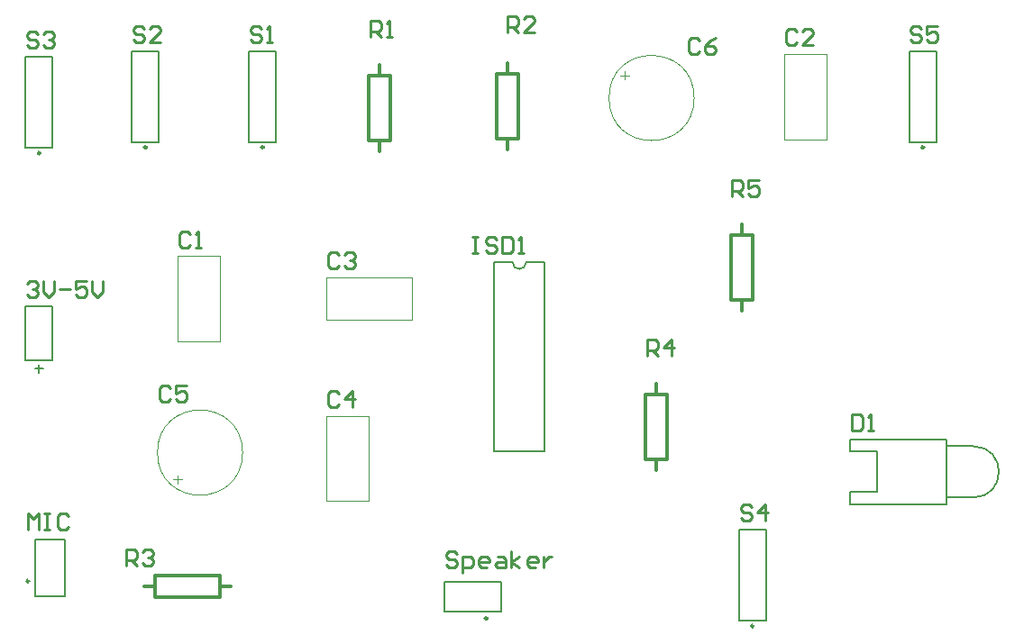
<source format=gto>
G04 Layer_Color=65535*
%FSLAX44Y44*%
%MOMM*%
G71*
G01*
G75*
%ADD23C,0.2540*%
%ADD25C,0.1000*%
%ADD26C,0.2000*%
%ADD27C,0.2500*%
%ADD28C,0.1270*%
%ADD29C,0.3048*%
%ADD30C,0.1200*%
%ADD31C,0.1500*%
D23*
X527323Y328044D02*
X532401D01*
X529862D01*
Y312809D01*
X527323D01*
X532401D01*
X550175Y325505D02*
X547636Y328044D01*
X542558D01*
X540019Y325505D01*
Y322966D01*
X542558Y320427D01*
X547636D01*
X550175Y317888D01*
Y315348D01*
X547636Y312809D01*
X542558D01*
X540019Y315348D01*
X555254Y328044D02*
Y312809D01*
X562871D01*
X565410Y315348D01*
Y325505D01*
X562871Y328044D01*
X555254D01*
X570489Y312809D02*
X575567D01*
X573028D01*
Y328044D01*
X570489Y325505D01*
X108951Y283905D02*
X111490Y286444D01*
X116568D01*
X119108Y283905D01*
Y281366D01*
X116568Y278827D01*
X114029D01*
X116568D01*
X119108Y276287D01*
Y273748D01*
X116568Y271209D01*
X111490D01*
X108951Y273748D01*
X124186Y286444D02*
Y276287D01*
X129264Y271209D01*
X134343Y276287D01*
Y286444D01*
X139421Y278827D02*
X149578D01*
X164813Y286444D02*
X154656D01*
Y278827D01*
X159734Y281366D01*
X162274D01*
X164813Y278827D01*
Y273748D01*
X162274Y271209D01*
X157195D01*
X154656Y273748D01*
X169891Y286444D02*
Y276287D01*
X174970Y271209D01*
X180048Y276287D01*
Y286444D01*
X262250Y330895D02*
X259711Y333434D01*
X254633D01*
X252094Y330895D01*
Y320738D01*
X254633Y318199D01*
X259711D01*
X262250Y320738D01*
X267329Y318199D02*
X272407D01*
X269868D01*
Y333434D01*
X267329Y330895D01*
X832250Y520895D02*
X829710Y523434D01*
X824632D01*
X822093Y520895D01*
Y510738D01*
X824632Y508199D01*
X829710D01*
X832250Y510738D01*
X847485Y508199D02*
X837328D01*
X847485Y518356D01*
Y520895D01*
X844945Y523434D01*
X839867D01*
X837328Y520895D01*
X402128Y310876D02*
X399589Y313415D01*
X394511D01*
X391972Y310876D01*
Y300720D01*
X394511Y298180D01*
X399589D01*
X402128Y300720D01*
X407207Y310876D02*
X409746Y313415D01*
X414824D01*
X417363Y310876D01*
Y308337D01*
X414824Y305798D01*
X412285D01*
X414824D01*
X417363Y303259D01*
Y300720D01*
X414824Y298180D01*
X409746D01*
X407207Y300720D01*
X402147Y180706D02*
X399608Y183245D01*
X394530D01*
X391991Y180706D01*
Y170549D01*
X394530Y168010D01*
X399608D01*
X402147Y170549D01*
X414843Y168010D02*
Y183245D01*
X407226Y175627D01*
X417382D01*
X243529Y186180D02*
X240990Y188719D01*
X235911D01*
X233372Y186180D01*
Y176023D01*
X235911Y173484D01*
X240990D01*
X243529Y176023D01*
X258764Y188719D02*
X248607D01*
Y181102D01*
X253685Y183641D01*
X256225D01*
X258764Y181102D01*
Y176023D01*
X256225Y173484D01*
X251146D01*
X248607Y176023D01*
X740157Y512696D02*
X737617Y515235D01*
X732539D01*
X730000Y512696D01*
Y502539D01*
X732539Y500000D01*
X737617D01*
X740157Y502539D01*
X755392Y515235D02*
X750313Y512696D01*
X745235Y507617D01*
Y502539D01*
X747774Y500000D01*
X752852D01*
X755392Y502539D01*
Y505078D01*
X752852Y507617D01*
X745235D01*
X883894Y161269D02*
Y146034D01*
X891511D01*
X894050Y148573D01*
Y158730D01*
X891511Y161269D01*
X883894D01*
X899129Y146034D02*
X904207D01*
X901668D01*
Y161269D01*
X899129Y158730D01*
X430983Y516382D02*
Y531617D01*
X438600D01*
X441140Y529078D01*
Y524000D01*
X438600Y521461D01*
X430983D01*
X436061D02*
X441140Y516382D01*
X446218D02*
X451296D01*
X448757D01*
Y531617D01*
X446218Y529078D01*
X560000Y520000D02*
Y535235D01*
X567617D01*
X570157Y532696D01*
Y527617D01*
X567617Y525078D01*
X560000D01*
X565078D02*
X570157Y520000D01*
X585392D02*
X575235D01*
X585392Y530157D01*
Y532696D01*
X582852Y535235D01*
X577774D01*
X575235Y532696D01*
X201942Y19420D02*
Y34655D01*
X209560D01*
X212099Y32116D01*
Y27037D01*
X209560Y24498D01*
X201942D01*
X207021D02*
X212099Y19420D01*
X217178Y32116D02*
X219717Y34655D01*
X224795D01*
X227334Y32116D01*
Y29577D01*
X224795Y27037D01*
X222256D01*
X224795D01*
X227334Y24498D01*
Y21959D01*
X224795Y19420D01*
X219717D01*
X217178Y21959D01*
X690983Y216382D02*
Y231618D01*
X698601D01*
X701140Y229078D01*
Y224000D01*
X698601Y221461D01*
X690983D01*
X696062D02*
X701140Y216382D01*
X713836D02*
Y231618D01*
X706218Y224000D01*
X716375D01*
X770836Y366524D02*
Y381759D01*
X778453D01*
X780992Y379220D01*
Y374142D01*
X778453Y371603D01*
X770836D01*
X775914D02*
X780992Y366524D01*
X796227Y381759D02*
X786071D01*
Y374142D01*
X791149Y376681D01*
X793688D01*
X796227Y374142D01*
Y369063D01*
X793688Y366524D01*
X788610D01*
X786071Y369063D01*
X329108Y524131D02*
X326568Y526670D01*
X321490D01*
X318951Y524131D01*
Y521592D01*
X321490Y519053D01*
X326568D01*
X329108Y516513D01*
Y513974D01*
X326568Y511435D01*
X321490D01*
X318951Y513974D01*
X334186Y511435D02*
X339264D01*
X336725D01*
Y526670D01*
X334186Y524131D01*
X219108D02*
X216569Y526670D01*
X211490D01*
X208951Y524131D01*
Y521592D01*
X211490Y519053D01*
X216569D01*
X219108Y516513D01*
Y513974D01*
X216569Y511435D01*
X211490D01*
X208951Y513974D01*
X234343Y511435D02*
X224186D01*
X234343Y521592D01*
Y524131D01*
X231804Y526670D01*
X226725D01*
X224186Y524131D01*
X119108Y518731D02*
X116569Y521270D01*
X111490D01*
X108951Y518731D01*
Y516191D01*
X111490Y513652D01*
X116569D01*
X119108Y511113D01*
Y508574D01*
X116569Y506035D01*
X111490D01*
X108951Y508574D01*
X124186Y518731D02*
X126725Y521270D01*
X131804D01*
X134343Y518731D01*
Y516191D01*
X131804Y513652D01*
X129264D01*
X131804D01*
X134343Y511113D01*
Y508574D01*
X131804Y506035D01*
X126725D01*
X124186Y508574D01*
X789108Y74131D02*
X786569Y76670D01*
X781490D01*
X778951Y74131D01*
Y71592D01*
X781490Y69053D01*
X786569D01*
X789108Y66513D01*
Y63974D01*
X786569Y61435D01*
X781490D01*
X778951Y63974D01*
X801804Y61435D02*
Y76670D01*
X794186Y69053D01*
X804343D01*
X949108Y524131D02*
X946569Y526670D01*
X941490D01*
X938951Y524131D01*
Y521592D01*
X941490Y519053D01*
X946569D01*
X949108Y516513D01*
Y513974D01*
X946569Y511435D01*
X941490D01*
X938951Y513974D01*
X964343Y526670D02*
X954186D01*
Y519053D01*
X959264Y521592D01*
X961804D01*
X964343Y519053D01*
Y513974D01*
X961804Y511435D01*
X956725D01*
X954186Y513974D01*
X512261Y30272D02*
X509722Y32811D01*
X504643D01*
X502104Y30272D01*
Y27733D01*
X504643Y25194D01*
X509722D01*
X512261Y22655D01*
Y20115D01*
X509722Y17576D01*
X504643D01*
X502104Y20115D01*
X517339Y12498D02*
Y27733D01*
X524957D01*
X527496Y25194D01*
Y20115D01*
X524957Y17576D01*
X517339D01*
X540192D02*
X535114D01*
X532574Y20115D01*
Y25194D01*
X535114Y27733D01*
X540192D01*
X542731Y25194D01*
Y22655D01*
X532574D01*
X550349Y27733D02*
X555427D01*
X557966Y25194D01*
Y17576D01*
X550349D01*
X547809Y20115D01*
X550349Y22655D01*
X557966D01*
X563045Y17576D02*
Y32811D01*
Y22655D02*
X570662Y27733D01*
X563045Y22655D02*
X570662Y17576D01*
X585897D02*
X580819D01*
X578280Y20115D01*
Y25194D01*
X580819Y27733D01*
X585897D01*
X588436Y25194D01*
Y22655D01*
X578280D01*
X593515Y27733D02*
Y17576D01*
Y22655D01*
X596054Y25194D01*
X598593Y27733D01*
X601132D01*
X109592Y52603D02*
Y67838D01*
X114670Y62760D01*
X119748Y67838D01*
Y52603D01*
X124827Y67838D02*
X129905D01*
X127366D01*
Y52603D01*
X124827D01*
X129905D01*
X147679Y65299D02*
X145140Y67838D01*
X140062D01*
X137523Y65299D01*
Y55142D01*
X140062Y52603D01*
X145140D01*
X147679Y55142D01*
D25*
X735400Y458730D02*
G03*
X735400Y458730I-40000J0D01*
G01*
X311270Y125401D02*
G03*
X311270Y125401I-40000J0D01*
G01*
X250000Y230000D02*
Y310000D01*
X290000D01*
Y230000D02*
Y310000D01*
X250000Y230000D02*
X290000D01*
X390000Y250000D02*
X470000D01*
X390000D02*
Y290000D01*
X470000D01*
Y250000D02*
Y290000D01*
X820000Y420000D02*
Y500000D01*
X860000D01*
Y420000D02*
Y500000D01*
X820000Y420000D02*
X860000D01*
X390001Y80000D02*
Y160000D01*
X430001D01*
Y80000D02*
Y160000D01*
X390001Y80000D02*
X430001D01*
D26*
X564850Y304300D02*
G03*
X577550Y304300I6350J0D01*
G01*
X547700Y126400D02*
Y304200D01*
X547550Y126500D02*
X594850D01*
Y304300D01*
X577550D02*
X594850D01*
X547550D02*
X564850D01*
X554000Y-24000D02*
Y4000D01*
X500600Y-24000D02*
Y4000D01*
Y-24000D02*
X554000D01*
X500600Y4000D02*
X554000D01*
X777300Y-32800D02*
X802700D01*
Y52800D01*
X777300D02*
X802700D01*
X777300Y-32800D02*
Y52800D01*
X107300Y411800D02*
X132700D01*
Y497400D01*
X107300D02*
X132700D01*
X107300Y411800D02*
Y497400D01*
X207300Y417200D02*
X232700D01*
Y502800D01*
X207300D02*
X232700D01*
X207300Y417200D02*
Y502800D01*
X317300Y417200D02*
X342700D01*
Y502800D01*
X317300D02*
X342700D01*
X317300Y417200D02*
Y502800D01*
X116000Y-9400D02*
X144000D01*
X116000Y44000D02*
X144000D01*
X116000Y-9400D02*
Y44000D01*
X144000Y-9400D02*
Y44000D01*
X937300Y417200D02*
X962700D01*
Y502800D01*
X937300D02*
X962700D01*
X937300Y417200D02*
Y502800D01*
X107300Y262700D02*
X132700D01*
Y211900D02*
Y262700D01*
X107300Y211900D02*
X132700D01*
X107300D02*
Y262700D01*
D27*
X541250Y-30500D02*
G03*
X541250Y-30500I-1250J0D01*
G01*
X791260Y-37610D02*
G03*
X791260Y-37610I-1250J0D01*
G01*
X121260Y406990D02*
G03*
X121260Y406990I-1250J0D01*
G01*
X221260Y412390D02*
G03*
X221260Y412390I-1250J0D01*
G01*
X331260D02*
G03*
X331260Y412390I-1250J0D01*
G01*
X110750Y4599D02*
G03*
X110750Y4599I-1250J0D01*
G01*
X951260Y412390D02*
G03*
X951260Y412390I-1250J0D01*
G01*
D28*
X997470Y83168D02*
G03*
X997470Y131428I0J24130D01*
G01*
X881900Y126350D02*
Y137780D01*
Y126350D02*
X907300D01*
Y88250D02*
Y126350D01*
X881900Y88250D02*
X907300D01*
X881900Y76820D02*
Y88250D01*
X972070Y131430D02*
X997470D01*
X972070Y83170D02*
X997470D01*
X881900Y137780D02*
X972070D01*
Y76820D02*
Y137780D01*
X881900Y76820D02*
X972070D01*
D29*
X549840Y420320D02*
X570160D01*
X549840D02*
Y481280D01*
X570160D01*
Y420320D02*
Y481280D01*
X560000Y410160D02*
Y420320D01*
Y481280D02*
Y491440D01*
X289680Y-10160D02*
Y10160D01*
X228720Y-10160D02*
X289680D01*
X228720D02*
Y10160D01*
X289680D01*
Y-0D02*
X299840D01*
X218560D02*
X228720D01*
X689840Y118720D02*
X710160D01*
X689840D02*
Y179680D01*
X710160D01*
Y118720D02*
Y179680D01*
X700000Y108560D02*
Y118720D01*
Y179680D02*
Y189840D01*
X429840Y418720D02*
X450160D01*
X429840D02*
Y479680D01*
X450160D01*
Y418720D02*
Y479680D01*
X440000Y408560D02*
Y418720D01*
Y479680D02*
Y489840D01*
X769840Y329680D02*
X790160D01*
Y268720D02*
Y329680D01*
X769840Y268720D02*
X790160D01*
X769840D02*
Y329680D01*
X780000D02*
Y339840D01*
Y258560D02*
Y268720D01*
D30*
X666000Y479998D02*
X673997D01*
X669999Y483997D02*
Y475999D01*
X250002Y96001D02*
Y103998D01*
X246003Y99999D02*
X254001D01*
D31*
X120022Y200600D02*
Y208264D01*
X116190Y204432D02*
X123854D01*
M02*

</source>
